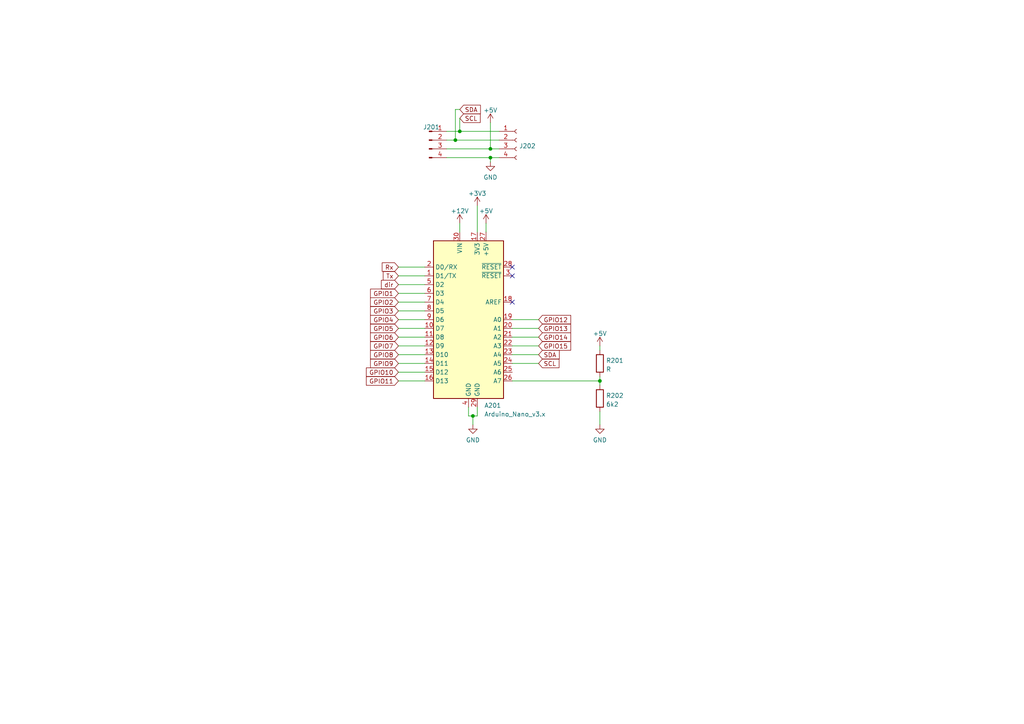
<source format=kicad_sch>
(kicad_sch (version 20211123) (generator eeschema)
  (paper "A4")
  (lib_symbols
    (symbol "Connector:Conn_01x04_Female" (pin_names (offset 1.016) hide)
      (property "Reference" "J" (at 0 5.08 0))
      (property "Value" "Conn_01x04_Female" (at 0 -7.62 0))
      (symbol "Conn_01x04_Female_1_1"
        (arc (start 0 -4.572) (mid -0.508 -5.08) (end 0 -5.588) (stroke (width 0.1524)))
        (arc (start 0 -2.032) (mid -0.508 -2.54) (end 0 -3.048) (stroke (width 0.1524)))
        (polyline (pts (xy -1.27 -5.08) (xy -0.508 -5.08)) (stroke (width 0.1524)))
        (polyline (pts (xy -1.27 -2.54) (xy -0.508 -2.54)) (stroke (width 0.1524)))
        (polyline (pts (xy -1.27 0) (xy -0.508 0)) (stroke (width 0.1524)))
        (polyline (pts (xy -1.27 2.54) (xy -0.508 2.54)) (stroke (width 0.1524)))
        (arc (start 0 0.508) (mid -0.508 0) (end 0 -0.508) (stroke (width 0.1524)))
        (arc (start 0 3.048) (mid -0.508 2.54) (end 0 2.032) (stroke (width 0.1524)))
        (pin passive line (at -5.08 2.54 0) (length 3.81) (name "Pin_1") (number "1"))
        (pin passive line (at -5.08 0 0) (length 3.81) (name "Pin_2") (number "2"))
        (pin passive line (at -5.08 -2.54 0) (length 3.81) (name "Pin_3") (number "3"))
        (pin passive line (at -5.08 -5.08 0) (length 3.81) (name "Pin_4") (number "4"))
      )
    )
    (symbol "Connector:Conn_01x04_Male" (pin_names (offset 1.016) hide)
      (property "Reference" "J" (at 0 5.08 0))
      (property "Value" "Conn_01x04_Male" (at 0 -7.62 0))
      (symbol "Conn_01x04_Male_1_1"
        (polyline (pts (xy 1.27 -5.08) (xy 0.8636 -5.08)) (stroke (width 0.1524)))
        (polyline (pts (xy 1.27 -2.54) (xy 0.8636 -2.54)) (stroke (width 0.1524)))
        (polyline (pts (xy 1.27 0) (xy 0.8636 0)) (stroke (width 0.1524)))
        (polyline (pts (xy 1.27 2.54) (xy 0.8636 2.54)) (stroke (width 0.1524)))
        (rectangle (start 0.8636 -4.953) (end 0 -5.207) (stroke (width 0.1524)) (fill (type outline)))
        (rectangle (start 0.8636 -2.413) (end 0 -2.667) (stroke (width 0.1524)) (fill (type outline)))
        (rectangle (start 0.8636 0.127) (end 0 -0.127) (stroke (width 0.1524)) (fill (type outline)))
        (rectangle (start 0.8636 2.667) (end 0 2.413) (stroke (width 0.1524)) (fill (type outline)))
        (pin passive line (at 5.08 2.54 180) (length 3.81) (name "Pin_1") (number "1"))
        (pin passive line (at 5.08 0 180) (length 3.81) (name "Pin_2") (number "2"))
        (pin passive line (at 5.08 -2.54 180) (length 3.81) (name "Pin_3") (number "3"))
        (pin passive line (at 5.08 -5.08 180) (length 3.81) (name "Pin_4") (number "4"))
      )
    )
    (symbol "Device:R" (pin_numbers hide) (pin_names (offset 0))
      (property "Reference" "R" (at 2.032 0 90))
      (property "Value" "R" (at 0 0 90))
      (symbol "R_0_1"
        (rectangle (start -1.016 -2.54) (end 1.016 2.54) (stroke (width 0.254)))
      )
      (symbol "R_1_1"
        (pin passive line (at 0 3.81 270) (length 1.27) (name "~") (number "1"))
        (pin passive line (at 0 -3.81 90) (length 1.27) (name "~") (number "2"))
      )
    )
    (symbol "MCU_Module:Arduino_Nano_v3.x"
      (property "Reference" "A" (at -10.16 23.495 0))
      (property "Value" "Arduino_Nano_v3.x" (at 5.08 -24.13 0))
      (symbol "Arduino_Nano_v3.x_0_1"
        (rectangle (start -10.16 22.86) (end 10.16 -22.86) (stroke (width 0.254)) (fill (type background)))
      )
      (symbol "Arduino_Nano_v3.x_1_1"
        (pin bidirectional line (at -12.7 12.7 0) (length 2.54) (name "D1/TX") (number "1"))
        (pin bidirectional line (at -12.7 -2.54 0) (length 2.54) (name "D7") (number "10"))
        (pin bidirectional line (at -12.7 -5.08 0) (length 2.54) (name "D8") (number "11"))
        (pin bidirectional line (at -12.7 -7.62 0) (length 2.54) (name "D9") (number "12"))
        (pin bidirectional line (at -12.7 -10.16 0) (length 2.54) (name "D10") (number "13"))
        (pin bidirectional line (at -12.7 -12.7 0) (length 2.54) (name "D11") (number "14"))
        (pin bidirectional line (at -12.7 -15.24 0) (length 2.54) (name "D12") (number "15"))
        (pin bidirectional line (at -12.7 -17.78 0) (length 2.54) (name "D13") (number "16"))
        (pin power_out line (at 2.54 25.4 270) (length 2.54) (name "3V3") (number "17"))
        (pin input line (at 12.7 5.08 180) (length 2.54) (name "AREF") (number "18"))
        (pin bidirectional line (at 12.7 0 180) (length 2.54) (name "A0") (number "19"))
        (pin bidirectional line (at -12.7 15.24 0) (length 2.54) (name "D0/RX") (number "2"))
        (pin bidirectional line (at 12.7 -2.54 180) (length 2.54) (name "A1") (number "20"))
        (pin bidirectional line (at 12.7 -5.08 180) (length 2.54) (name "A2") (number "21"))
        (pin bidirectional line (at 12.7 -7.62 180) (length 2.54) (name "A3") (number "22"))
        (pin bidirectional line (at 12.7 -10.16 180) (length 2.54) (name "A4") (number "23"))
        (pin bidirectional line (at 12.7 -12.7 180) (length 2.54) (name "A5") (number "24"))
        (pin bidirectional line (at 12.7 -15.24 180) (length 2.54) (name "A6") (number "25"))
        (pin bidirectional line (at 12.7 -17.78 180) (length 2.54) (name "A7") (number "26"))
        (pin power_out line (at 5.08 25.4 270) (length 2.54) (name "+5V") (number "27"))
        (pin input line (at 12.7 15.24 180) (length 2.54) (name "~{RESET}") (number "28"))
        (pin power_in line (at 2.54 -25.4 90) (length 2.54) (name "GND") (number "29"))
        (pin input line (at 12.7 12.7 180) (length 2.54) (name "~{RESET}") (number "3"))
        (pin power_in line (at -2.54 25.4 270) (length 2.54) (name "VIN") (number "30"))
        (pin power_in line (at 0 -25.4 90) (length 2.54) (name "GND") (number "4"))
        (pin bidirectional line (at -12.7 10.16 0) (length 2.54) (name "D2") (number "5"))
        (pin bidirectional line (at -12.7 7.62 0) (length 2.54) (name "D3") (number "6"))
        (pin bidirectional line (at -12.7 5.08 0) (length 2.54) (name "D4") (number "7"))
        (pin bidirectional line (at -12.7 2.54 0) (length 2.54) (name "D5") (number "8"))
        (pin bidirectional line (at -12.7 0 0) (length 2.54) (name "D6") (number "9"))
      )
    )
    (symbol "power:+12V" (power) (pin_names (offset 0))
      (property "Value" "+12V" (at 0 3.556 0))
      (symbol "+12V_0_1"
        (polyline (pts (xy -0.762 1.27) (xy 0 2.54)))
        (polyline (pts (xy 0 0) (xy 0 2.54)))
        (polyline (pts (xy 0 2.54) (xy 0.762 1.27)))
      )
      (symbol "+12V_1_1"
        (pin power_in line (at 0 0 90) (length 0) hide (name "+12V") (number "1"))
      )
    )
    (symbol "power:+3V3" (power) (pin_names (offset 0))
      (property "Value" "+3V3" (at 0 3.556 0))
      (symbol "+3V3_0_1"
        (polyline (pts (xy -0.762 1.27) (xy 0 2.54)))
        (polyline (pts (xy 0 0) (xy 0 2.54)))
        (polyline (pts (xy 0 2.54) (xy 0.762 1.27)))
      )
      (symbol "+3V3_1_1"
        (pin power_in line (at 0 0 90) (length 0) hide (name "+3V3") (number "1"))
      )
    )
    (symbol "power:+5V" (power) (pin_names (offset 0))
      (property "Value" "+5V" (at 0 3.556 0))
      (symbol "+5V_0_1"
        (polyline (pts (xy -0.762 1.27) (xy 0 2.54)))
        (polyline (pts (xy 0 0) (xy 0 2.54)))
        (polyline (pts (xy 0 2.54) (xy 0.762 1.27)))
      )
      (symbol "+5V_1_1"
        (pin power_in line (at 0 0 90) (length 0) hide (name "+5V") (number "1"))
      )
    )
    (symbol "power:GND" (power) (pin_names (offset 0))
      (property "Value" "GND" (at 0 -3.81 0))
      (symbol "GND_0_1"
        (polyline (pts (xy 0 0) (xy 0 -1.27) (xy 1.27 -1.27) (xy 0 -2.54) (xy -1.27 -1.27) (xy 0 -1.27)))
      )
      (symbol "GND_1_1"
        (pin power_in line (at 0 0 270) (length 0) hide (name "GND") (number "1"))
      )
    )
  )
  (junction (at 142.24 43.18))
  (junction (at 132.08 40.64))
  (junction (at 142.24 45.72))
  (junction (at 133.35 38.1))
  (junction (at 173.99 110.49))
  (junction (at 137.16 120.65))
  (no_connect (at 148.59 87.63))
  (no_connect (at 148.59 80.01))
  (no_connect (at 148.59 77.47))
  (wire (pts (xy 133.35 64.77) (xy 133.35 67.31)))
  (wire (pts (xy 133.35 31.75) (xy 132.08 31.75)))
  (wire (pts (xy 115.57 95.25) (xy 123.19 95.25)))
  (wire (pts (xy 173.99 119.38) (xy 173.99 123.19)))
  (wire (pts (xy 142.24 35.56) (xy 142.24 43.18)))
  (wire (pts (xy 129.54 38.1) (xy 133.35 38.1)))
  (wire (pts (xy 135.89 118.11) (xy 135.89 120.65)))
  (wire (pts (xy 156.21 97.79) (xy 148.59 97.79)))
  (wire (pts (xy 133.35 38.1) (xy 144.78 38.1)))
  (wire (pts (xy 115.57 87.63) (xy 123.19 87.63)))
  (wire (pts (xy 115.57 85.09) (xy 123.19 85.09)))
  (wire (pts (xy 173.99 100.33) (xy 173.99 101.6)))
  (wire (pts (xy 140.97 64.77) (xy 140.97 67.31)))
  (wire (pts (xy 115.57 102.87) (xy 123.19 102.87)))
  (wire (pts (xy 137.16 123.19) (xy 137.16 120.65)))
  (wire (pts (xy 115.57 97.79) (xy 123.19 97.79)))
  (wire (pts (xy 132.08 31.75) (xy 132.08 40.64)))
  (wire (pts (xy 115.57 77.47) (xy 123.19 77.47)))
  (wire (pts (xy 156.21 95.25) (xy 148.59 95.25)))
  (wire (pts (xy 137.16 120.65) (xy 138.43 120.65)))
  (wire (pts (xy 115.57 110.49) (xy 123.19 110.49)))
  (wire (pts (xy 133.35 34.29) (xy 133.35 38.1)))
  (wire (pts (xy 173.99 109.22) (xy 173.99 110.49)))
  (wire (pts (xy 138.43 120.65) (xy 138.43 118.11)))
  (wire (pts (xy 129.54 43.18) (xy 142.24 43.18)))
  (wire (pts (xy 115.57 105.41) (xy 123.19 105.41)))
  (wire (pts (xy 142.24 45.72) (xy 142.24 46.99)))
  (wire (pts (xy 129.54 40.64) (xy 132.08 40.64)))
  (wire (pts (xy 142.24 45.72) (xy 144.78 45.72)))
  (wire (pts (xy 115.57 107.95) (xy 123.19 107.95)))
  (wire (pts (xy 156.21 105.41) (xy 148.59 105.41)))
  (wire (pts (xy 138.43 59.69) (xy 138.43 67.31)))
  (wire (pts (xy 132.08 40.64) (xy 144.78 40.64)))
  (wire (pts (xy 173.99 110.49) (xy 173.99 111.76)))
  (wire (pts (xy 156.21 92.71) (xy 148.59 92.71)))
  (wire (pts (xy 156.21 102.87) (xy 148.59 102.87)))
  (wire (pts (xy 115.57 92.71) (xy 123.19 92.71)))
  (wire (pts (xy 148.59 110.49) (xy 173.99 110.49)))
  (wire (pts (xy 156.21 100.33) (xy 148.59 100.33)))
  (wire (pts (xy 115.57 90.17) (xy 123.19 90.17)))
  (wire (pts (xy 115.57 80.01) (xy 123.19 80.01)))
  (wire (pts (xy 137.16 120.65) (xy 135.89 120.65)))
  (wire (pts (xy 142.24 43.18) (xy 144.78 43.18)))
  (wire (pts (xy 115.57 100.33) (xy 123.19 100.33)))
  (wire (pts (xy 115.57 82.55) (xy 123.19 82.55)))
  (wire (pts (xy 129.54 45.72) (xy 142.24 45.72)))
  (global_label "GPIO10" (shape input) (at 115.57 107.95 180) (property "Intersheet References" "${INTERSHEET_REFS}" (effects hide)))
  (global_label "Tx" (shape input) (at 115.57 80.01 180) (property "Intersheet References" "${INTERSHEET_REFS}" (effects hide)))
  (global_label "GPIO6" (shape input) (at 115.57 97.79 180) (property "Intersheet References" "${INTERSHEET_REFS}" (effects hide)))
  (global_label "GPIO5" (shape input) (at 115.57 95.25 180) (property "Intersheet References" "${INTERSHEET_REFS}" (effects hide)))
  (global_label "GPIO2" (shape input) (at 115.57 87.63 180) (property "Intersheet References" "${INTERSHEET_REFS}" (effects hide)))
  (global_label "GPIO13" (shape input) (at 156.21 95.25 0) (property "Intersheet References" "${INTERSHEET_REFS}" (effects hide)))
  (global_label "GPIO9" (shape input) (at 115.57 105.41 180) (property "Intersheet References" "${INTERSHEET_REFS}" (effects hide)))
  (global_label "SDA" (shape input) (at 156.21 102.87 0) (property "Intersheet References" "${INTERSHEET_REFS}" (effects hide)))
  (global_label "Rx" (shape input) (at 115.57 77.47 180) (property "Intersheet References" "${INTERSHEET_REFS}" (effects hide)))
  (global_label "GPIO15" (shape input) (at 156.21 100.33 0) (property "Intersheet References" "${INTERSHEET_REFS}" (effects hide)))
  (global_label "GPIO11" (shape input) (at 115.57 110.49 180) (property "Intersheet References" "${INTERSHEET_REFS}" (effects hide)))
  (global_label "GPIO12" (shape input) (at 156.21 92.71 0) (property "Intersheet References" "${INTERSHEET_REFS}" (effects hide)))
  (global_label "GPIO1" (shape input) (at 115.57 85.09 180) (property "Intersheet References" "${INTERSHEET_REFS}" (effects hide)))
  (global_label "GPIO7" (shape input) (at 115.57 100.33 180) (property "Intersheet References" "${INTERSHEET_REFS}" (effects hide)))
  (global_label "dir" (shape input) (at 115.57 82.55 180) (property "Intersheet References" "${INTERSHEET_REFS}" (effects hide)))
  (global_label "GPIO4" (shape input) (at 115.57 92.71 180) (property "Intersheet References" "${INTERSHEET_REFS}" (effects hide)))
  (global_label "SDA" (shape input) (at 133.35 31.75 0) (property "Intersheet References" "${INTERSHEET_REFS}" (effects hide)))
  (global_label "GPIO8" (shape input) (at 115.57 102.87 180) (property "Intersheet References" "${INTERSHEET_REFS}" (effects hide)))
  (global_label "GPIO3" (shape input) (at 115.57 90.17 180) (property "Intersheet References" "${INTERSHEET_REFS}" (effects hide)))
  (global_label "GPIO14" (shape input) (at 156.21 97.79 0) (property "Intersheet References" "${INTERSHEET_REFS}" (effects hide)))
  (global_label "SCL" (shape input) (at 133.35 34.29 0) (property "Intersheet References" "${INTERSHEET_REFS}" (effects hide)))
  (global_label "SCL" (shape input) (at 156.21 105.41 0) (property "Intersheet References" "${INTERSHEET_REFS}" (effects hide)))
  (symbol (lib_id "Device:R") (at 173.99 105.41 0) (unit 1)
    (property "Reference" "R201" (at 175.768 104.5753 0) (effects (justify left)))
    (property "Value" "R" (at 175.768 107.1122 0) (effects (justify left)))
    (property "Footprint" "Resistor_SMD:R_0805_2012Metric_Pad1.20x1.40mm_HandSolder" (effects hide))
  )
  (symbol (lib_id "Connector:Conn_01x04_Male") (at 124.46 40.64 0) (unit 1)
    (property "Reference" "J201" (at 125.095 36.861 0))
    (property "Value" "Conn_01x04_Male" (effects hide))
    (property "Footprint" "Connector_PinHeader_2.54mm:PinHeader_1x04_P2.54mm_Horizontal" (effects hide))
  )
  (symbol (lib_id "power:+5V") (at 140.97 64.77 0) (unit 1)
    (property "Reference" "#PWR0205" (effects hide))
    (property "Value" "+5V" (at 140.97 61.1942 0))
  )
  (symbol (lib_id "power:GND") (at 142.24 46.99 0) (unit 1)
    (property "Reference" "#PWR0202" (effects hide))
    (property "Value" "GND" (at 142.24 51.4334 0))
  )
  (symbol (lib_id "power:+5V") (at 173.99 100.33 0) (unit 1)
    (property "Reference" "#PWR0206" (effects hide))
    (property "Value" "+5V" (at 173.99 96.7542 0))
  )
  (symbol (lib_id "power:GND") (at 173.99 123.19 0) (unit 1)
    (property "Reference" "#PWR0208" (effects hide))
    (property "Value" "GND" (at 173.99 127.6334 0))
  )
  (symbol (lib_id "power:+5V") (at 142.24 35.56 0) (unit 1)
    (property "Reference" "#PWR0201" (effects hide))
    (property "Value" "+5V" (at 142.24 31.9842 0))
  )
  (symbol (lib_id "power:+12V") (at 133.35 64.77 0) (unit 1)
    (property "Reference" "#PWR0204" (effects hide))
    (property "Value" "+12V" (at 133.35 61.1942 0))
  )
  (symbol (lib_id "MCU_Module:Arduino_Nano_v3.x") (at 135.89 92.71 0) (unit 1)
    (property "Reference" "A201" (at 140.4494 117.6004 0) (effects (justify left)))
    (property "Value" "Arduino_Nano_v3.x" (at 140.4494 120.1373 0) (effects (justify left)))
    (property "Footprint" "Module:Arduino_Nano" (effects hide))
    (property "Datasheet" "http://www.mouser.com/pdfdocs/Gravitech_Arduino_Nano3_0.pdf" (effects hide))
  )
  (symbol (lib_id "power:GND") (at 137.16 123.19 0) (unit 1)
    (property "Reference" "#PWR0207" (effects hide))
    (property "Value" "GND" (at 137.16 127.6334 0))
  )
  (symbol (lib_id "Device:R") (at 173.99 115.57 0) (unit 1)
    (property "Reference" "R202" (at 175.768 114.7353 0) (effects (justify left)))
    (property "Value" "6k2" (at 175.768 117.2722 0) (effects (justify left)))
    (property "Footprint" "Resistor_SMD:R_0805_2012Metric_Pad1.20x1.40mm_HandSolder" (effects hide))
  )
  (symbol (lib_id "Connector:Conn_01x04_Female") (at 149.86 40.64 0) (unit 1)
    (property "Reference" "J202" (at 150.5712 42.3438 0) (effects (justify left)))
    (property "Value" "Conn_01x04_Female" (effects hide))
    (property "Footprint" "Connector_PinSocket_2.54mm:PinSocket_1x04_P2.54mm_Horizontal" (effects hide))
  )
  (symbol (lib_id "power:+3V3") (at 138.43 59.69 0) (unit 1)
    (property "Reference" "#PWR0203" (effects hide))
    (property "Value" "+3V3" (at 138.43 56.1142 0))
  )
)
</source>
